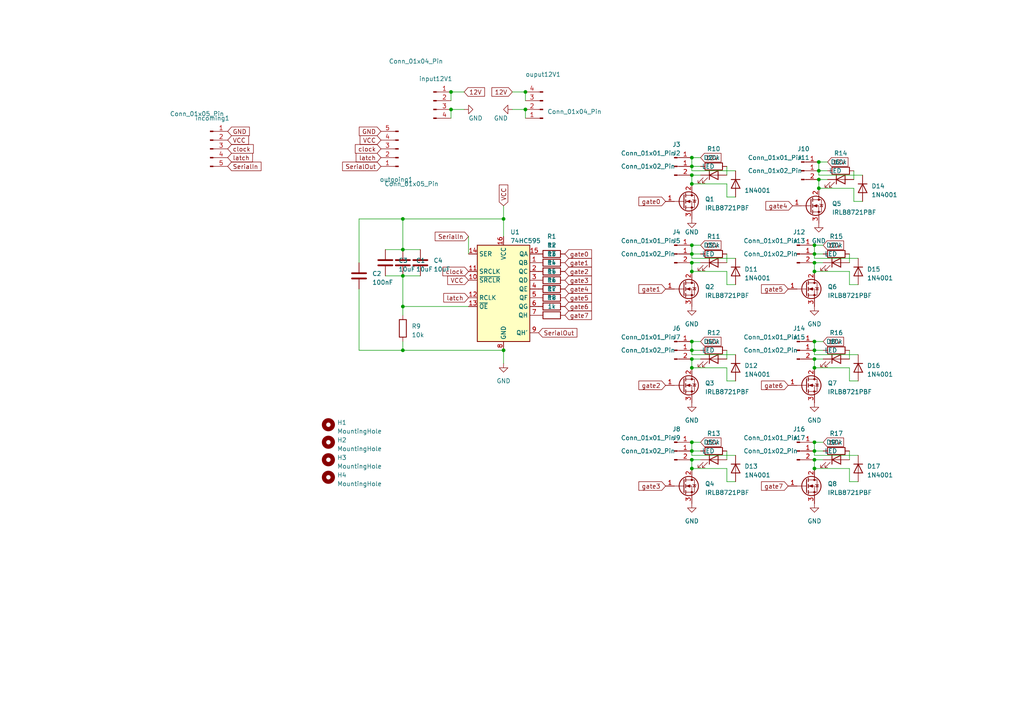
<source format=kicad_sch>
(kicad_sch (version 20230121) (generator eeschema)
  (paper "A4")
  (lib_symbols
    (symbol "74xx:74HC595"
      (property "Reference" "U" (at -7.62 13.97 0))
      (property "Value" "74HC595" (at -7.62 -16.51 0))
      (symbol "74HC595_1_0"
        (pin tri_state line (at 10.16 7.62 180) (length 2.54) (name "QB") (number "1"))
        (pin input line (at -10.16 2.54 0) (length 2.54) (name "~{SRCLR}") (number "10"))
        (pin input line (at -10.16 5.08 0) (length 2.54) (name "SRCLK") (number "11"))
        (pin input line (at -10.16 -2.54 0) (length 2.54) (name "RCLK") (number "12"))
        (pin input line (at -10.16 -5.08 0) (length 2.54) (name "~{OE}") (number "13"))
        (pin input line (at -10.16 10.16 0) (length 2.54) (name "SER") (number "14"))
        (pin tri_state line (at 10.16 10.16 180) (length 2.54) (name "QA") (number "15"))
        (pin power_in line (at 0 15.24 270) (length 2.54) (name "VCC") (number "16"))
        (pin tri_state line (at 10.16 5.08 180) (length 2.54) (name "QC") (number "2"))
        (pin tri_state line (at 10.16 2.54 180) (length 2.54) (name "QD") (number "3"))
        (pin tri_state line (at 10.16 0 180) (length 2.54) (name "QE") (number "4"))
        (pin tri_state line (at 10.16 -2.54 180) (length 2.54) (name "QF") (number "5"))
        (pin tri_state line (at 10.16 -5.08 180) (length 2.54) (name "QG") (number "6"))
        (pin tri_state line (at 10.16 -7.62 180) (length 2.54) (name "QH") (number "7"))
        (pin power_in line (at 0 -17.78 90) (length 2.54) (name "GND") (number "8"))
        (pin output line (at 10.16 -12.7 180) (length 2.54) (name "QH'") (number "9"))
      )
      (symbol "74HC595_1_1"
        (rectangle (start -7.62 12.7) (end 7.62 -15.24) (stroke (width 0.254)) (fill (type background)))
      )
    )
    (symbol "Connector:Conn_01x01_Pin" (pin_names (offset 1.016) hide)
      (property "Reference" "J" (at 0 2.54 0))
      (property "Value" "Conn_01x01_Pin" (at 0 -2.54 0))
      (symbol "Conn_01x01_Pin_1_1"
        (polyline (pts (xy 1.27 0) (xy 0.8636 0)) (stroke (width 0.1524)))
        (rectangle (start 0.8636 0.127) (end 0 -0.127) (stroke (width 0.1524)) (fill (type outline)))
        (pin passive line (at 5.08 0 180) (length 3.81) (name "Pin_1") (number "1"))
      )
    )
    (symbol "Connector:Conn_01x02_Pin" (pin_names (offset 1.016) hide)
      (property "Reference" "J" (at 0 2.54 0))
      (property "Value" "Conn_01x02_Pin" (at 0 -5.08 0))
      (symbol "Conn_01x02_Pin_1_1"
        (polyline (pts (xy 1.27 -2.54) (xy 0.8636 -2.54)) (stroke (width 0.1524)))
        (polyline (pts (xy 1.27 0) (xy 0.8636 0)) (stroke (width 0.1524)))
        (rectangle (start 0.8636 -2.413) (end 0 -2.667) (stroke (width 0.1524)) (fill (type outline)))
        (rectangle (start 0.8636 0.127) (end 0 -0.127) (stroke (width 0.1524)) (fill (type outline)))
        (pin passive line (at 5.08 0 180) (length 3.81) (name "Pin_1") (number "1"))
        (pin passive line (at 5.08 -2.54 180) (length 3.81) (name "Pin_2") (number "2"))
      )
    )
    (symbol "Connector:Conn_01x04_Pin" (pin_names (offset 1.016) hide)
      (property "Reference" "J" (at 0 5.08 0))
      (property "Value" "Conn_01x04_Pin" (at 0 -7.62 0))
      (symbol "Conn_01x04_Pin_1_1"
        (polyline (pts (xy 1.27 -5.08) (xy 0.8636 -5.08)) (stroke (width 0.1524)))
        (polyline (pts (xy 1.27 -2.54) (xy 0.8636 -2.54)) (stroke (width 0.1524)))
        (polyline (pts (xy 1.27 0) (xy 0.8636 0)) (stroke (width 0.1524)))
        (polyline (pts (xy 1.27 2.54) (xy 0.8636 2.54)) (stroke (width 0.1524)))
        (rectangle (start 0.8636 -4.953) (end 0 -5.207) (stroke (width 0.1524)) (fill (type outline)))
        (rectangle (start 0.8636 -2.413) (end 0 -2.667) (stroke (width 0.1524)) (fill (type outline)))
        (rectangle (start 0.8636 0.127) (end 0 -0.127) (stroke (width 0.1524)) (fill (type outline)))
        (rectangle (start 0.8636 2.667) (end 0 2.413) (stroke (width 0.1524)) (fill (type outline)))
        (pin passive line (at 5.08 2.54 180) (length 3.81) (name "Pin_1") (number "1"))
        (pin passive line (at 5.08 0 180) (length 3.81) (name "Pin_2") (number "2"))
        (pin passive line (at 5.08 -2.54 180) (length 3.81) (name "Pin_3") (number "3"))
        (pin passive line (at 5.08 -5.08 180) (length 3.81) (name "Pin_4") (number "4"))
      )
    )
    (symbol "Connector:Conn_01x05_Pin" (pin_names (offset 1.016) hide)
      (property "Reference" "J" (at 0 7.62 0))
      (property "Value" "Conn_01x05_Pin" (at 0 -7.62 0))
      (symbol "Conn_01x05_Pin_1_1"
        (polyline (pts (xy 1.27 -5.08) (xy 0.8636 -5.08)) (stroke (width 0.1524)))
        (polyline (pts (xy 1.27 -2.54) (xy 0.8636 -2.54)) (stroke (width 0.1524)))
        (polyline (pts (xy 1.27 0) (xy 0.8636 0)) (stroke (width 0.1524)))
        (polyline (pts (xy 1.27 2.54) (xy 0.8636 2.54)) (stroke (width 0.1524)))
        (polyline (pts (xy 1.27 5.08) (xy 0.8636 5.08)) (stroke (width 0.1524)))
        (rectangle (start 0.8636 -4.953) (end 0 -5.207) (stroke (width 0.1524)) (fill (type outline)))
        (rectangle (start 0.8636 -2.413) (end 0 -2.667) (stroke (width 0.1524)) (fill (type outline)))
        (rectangle (start 0.8636 0.127) (end 0 -0.127) (stroke (width 0.1524)) (fill (type outline)))
        (rectangle (start 0.8636 2.667) (end 0 2.413) (stroke (width 0.1524)) (fill (type outline)))
        (rectangle (start 0.8636 5.207) (end 0 4.953) (stroke (width 0.1524)) (fill (type outline)))
        (pin passive line (at 5.08 5.08 180) (length 3.81) (name "Pin_1") (number "1"))
        (pin passive line (at 5.08 2.54 180) (length 3.81) (name "Pin_2") (number "2"))
        (pin passive line (at 5.08 0 180) (length 3.81) (name "Pin_3") (number "3"))
        (pin passive line (at 5.08 -2.54 180) (length 3.81) (name "Pin_4") (number "4"))
        (pin passive line (at 5.08 -5.08 180) (length 3.81) (name "Pin_5") (number "5"))
      )
    )
    (symbol "Device:C" (pin_numbers hide) (pin_names (offset 0.254))
      (property "Reference" "C" (at 0.635 2.54 0))
      (property "Value" "C" (at 0.635 -2.54 0))
      (symbol "C_0_1"
        (polyline (pts (xy -2.032 -0.762) (xy 2.032 -0.762)) (stroke (width 0.508)))
        (polyline (pts (xy -2.032 0.762) (xy 2.032 0.762)) (stroke (width 0.508)))
      )
      (symbol "C_1_1"
        (pin passive line (at 0 3.81 270) (length 2.794) (name "~") (number "1"))
        (pin passive line (at 0 -3.81 90) (length 2.794) (name "~") (number "2"))
      )
    )
    (symbol "Device:LED" (pin_numbers hide) (pin_names (offset 1.016) hide)
      (property "Reference" "D" (at 0 2.54 0))
      (property "Value" "LED" (at 0 -2.54 0))
      (symbol "LED_0_1"
        (polyline (pts (xy -1.27 -1.27) (xy -1.27 1.27)) (stroke (width 0.254)))
        (polyline (pts (xy -1.27 0) (xy 1.27 0)))
        (polyline (pts (xy 1.27 -1.27) (xy 1.27 1.27) (xy -1.27 0) (xy 1.27 -1.27)) (stroke (width 0.254)))
        (polyline (pts (xy -3.048 -0.762) (xy -4.572 -2.286) (xy -3.81 -2.286) (xy -4.572 -2.286) (xy -4.572 -1.524)))
        (polyline (pts (xy -1.778 -0.762) (xy -3.302 -2.286) (xy -2.54 -2.286) (xy -3.302 -2.286) (xy -3.302 -1.524)))
      )
      (symbol "LED_1_1"
        (pin passive line (at -3.81 0 0) (length 2.54) (name "K") (number "1"))
        (pin passive line (at 3.81 0 180) (length 2.54) (name "A") (number "2"))
      )
    )
    (symbol "Device:R" (pin_numbers hide) (pin_names (offset 0))
      (property "Reference" "R" (at 2.032 0 90))
      (property "Value" "R" (at 0 0 90))
      (symbol "R_0_1"
        (rectangle (start -1.016 -2.54) (end 1.016 2.54) (stroke (width 0.254)))
      )
      (symbol "R_1_1"
        (pin passive line (at 0 3.81 270) (length 1.27) (name "~") (number "1"))
        (pin passive line (at 0 -3.81 90) (length 1.27) (name "~") (number "2"))
      )
    )
    (symbol "Diode:1N4001" (pin_numbers hide) (pin_names hide)
      (property "Reference" "D" (at 0 2.54 0))
      (property "Value" "1N4001" (at 0 -2.54 0))
      (symbol "1N4001_0_1"
        (polyline (pts (xy -1.27 1.27) (xy -1.27 -1.27)) (stroke (width 0.254)))
        (polyline (pts (xy 1.27 0) (xy -1.27 0)))
        (polyline (pts (xy 1.27 1.27) (xy 1.27 -1.27) (xy -1.27 0) (xy 1.27 1.27)) (stroke (width 0.254)))
      )
      (symbol "1N4001_1_1"
        (pin passive line (at -3.81 0 0) (length 2.54) (name "K") (number "1"))
        (pin passive line (at 3.81 0 180) (length 2.54) (name "A") (number "2"))
      )
    )
    (symbol "Mechanical:MountingHole" (pin_names (offset 1.016))
      (property "Reference" "H" (at 0 5.08 0))
      (property "Value" "MountingHole" (at 0 3.175 0))
      (symbol "MountingHole_0_1"
        (circle (center 0 0) (radius 1.27) (stroke (width 1.27)))
      )
    )
    (symbol "Transistor_FET:IRLB8721PBF" (pin_names hide)
      (property "Reference" "Q" (at 6.35 1.905 0))
      (property "Value" "IRLB8721PBF" (at 6.35 0 0))
      (symbol "IRLB8721PBF_0_1"
        (polyline (pts (xy 0.254 0) (xy -2.54 0)))
        (polyline (pts (xy 0.254 1.905) (xy 0.254 -1.905)) (stroke (width 0.254)))
        (polyline (pts (xy 0.762 -1.27) (xy 0.762 -2.286)) (stroke (width 0.254)))
        (polyline (pts (xy 0.762 0.508) (xy 0.762 -0.508)) (stroke (width 0.254)))
        (polyline (pts (xy 0.762 2.286) (xy 0.762 1.27)) (stroke (width 0.254)))
        (polyline (pts (xy 2.54 2.54) (xy 2.54 1.778)))
        (polyline (pts (xy 2.54 -2.54) (xy 2.54 0) (xy 0.762 0)))
        (polyline (pts (xy 0.762 -1.778) (xy 3.302 -1.778) (xy 3.302 1.778) (xy 0.762 1.778)))
        (polyline (pts (xy 1.016 0) (xy 2.032 0.381) (xy 2.032 -0.381) (xy 1.016 0)) (fill (type outline)))
        (polyline (pts (xy 2.794 0.508) (xy 2.921 0.381) (xy 3.683 0.381) (xy 3.81 0.254)))
        (polyline (pts (xy 3.302 0.381) (xy 2.921 -0.254) (xy 3.683 -0.254) (xy 3.302 0.381)))
        (circle (center 1.651 0) (radius 2.794) (stroke (width 0.254)))
        (circle (center 2.54 -1.778) (radius 0.254) (fill (type outline)))
        (circle (center 2.54 1.778) (radius 0.254) (fill (type outline)))
      )
      (symbol "IRLB8721PBF_1_1"
        (pin input line (at -5.08 0 0) (length 2.54) (name "G") (number "1"))
        (pin passive line (at 2.54 5.08 270) (length 2.54) (name "D") (number "2"))
        (pin passive line (at 2.54 -5.08 90) (length 2.54) (name "S") (number "3"))
      )
    )
    (symbol "power:GND" (power) (pin_names (offset 0))
      (property "Value" "GND" (at 0 -3.81 0))
      (symbol "GND_0_1"
        (polyline (pts (xy 0 0) (xy 0 -1.27) (xy 1.27 -1.27) (xy 0 -2.54) (xy -1.27 -1.27) (xy 0 -1.27)))
      )
      (symbol "GND_1_1"
        (pin power_in line (at 0 0 270) (length 0) hide (name "GND") (number "1"))
      )
    )
  )
  (junction (at 200.66 76.2))
  (junction (at 116.84 101.6))
  (junction (at 146.05 101.6))
  (junction (at 200.66 73.66))
  (junction (at 237.49 46.99))
  (junction (at 237.49 49.53))
  (junction (at 236.22 71.12))
  (junction (at 236.22 130.81))
  (junction (at 236.22 99.06))
  (junction (at 130.81 31.75))
  (junction (at 200.66 128.27))
  (junction (at 236.22 73.66))
  (junction (at 152.4 26.67))
  (junction (at 236.22 135.89))
  (junction (at 116.84 80.01))
  (junction (at 200.66 133.35))
  (junction (at 200.66 50.8))
  (junction (at 200.66 78.74))
  (junction (at 200.66 71.12))
  (junction (at 200.66 48.26))
  (junction (at 237.49 52.07))
  (junction (at 236.22 104.14))
  (junction (at 200.66 104.14))
  (junction (at 236.22 133.35))
  (junction (at 236.22 78.74))
  (junction (at 200.66 45.72))
  (junction (at 200.66 135.89))
  (junction (at 236.22 101.6))
  (junction (at 236.22 106.68))
  (junction (at 116.84 63.5))
  (junction (at 200.66 99.06))
  (junction (at 200.66 53.34))
  (junction (at 236.22 128.27))
  (junction (at 236.22 76.2))
  (junction (at 152.4 31.75))
  (junction (at 146.05 63.5))
  (junction (at 200.66 101.6))
  (junction (at 200.66 106.68))
  (junction (at 130.81 26.67))
  (junction (at 116.84 72.39))
  (junction (at 237.49 54.61))
  (junction (at 116.84 88.9))
  (junction (at 200.66 130.81))
  (wire (pts (xy 146.05 101.6) (xy 146.05 105.41)))
  (wire (pts (xy 246.38 135.89) (xy 236.22 135.89)))
  (wire (pts (xy 116.84 88.9) (xy 116.84 91.44)))
  (wire (pts (xy 135.89 68.58) (xy 135.89 73.66)))
  (wire (pts (xy 116.84 80.01) (xy 121.92 80.01)))
  (wire (pts (xy 236.22 104.14) (xy 236.22 106.68)))
  (wire (pts (xy 200.66 104.14) (xy 200.66 106.68)))
  (wire (pts (xy 236.22 99.06) (xy 236.22 101.6)))
  (wire (pts (xy 247.65 58.42) (xy 247.65 54.61)))
  (wire (pts (xy 210.82 130.81) (xy 210.82 133.35)))
  (wire (pts (xy 200.66 48.26) (xy 200.66 49.53)))
  (wire (pts (xy 236.22 104.14) (xy 238.76 104.14)))
  (wire (pts (xy 200.66 101.6) (xy 203.2 101.6)))
  (wire (pts (xy 200.66 101.6) (xy 200.66 102.87)))
  (wire (pts (xy 116.84 101.6) (xy 146.05 101.6)))
  (wire (pts (xy 237.49 46.99) (xy 240.03 46.99)))
  (wire (pts (xy 247.65 54.61) (xy 237.49 54.61)))
  (wire (pts (xy 237.49 49.53) (xy 237.49 50.8)))
  (wire (pts (xy 237.49 52.07) (xy 237.49 54.61)))
  (wire (pts (xy 236.22 128.27) (xy 238.76 128.27)))
  (wire (pts (xy 236.22 133.35) (xy 238.76 133.35)))
  (wire (pts (xy 200.66 99.06) (xy 200.66 101.6)))
  (wire (pts (xy 210.82 53.34) (xy 200.66 53.34)))
  (wire (pts (xy 210.82 57.15) (xy 210.82 53.34)))
  (wire (pts (xy 130.81 26.67) (xy 130.81 29.21)))
  (wire (pts (xy 210.82 78.74) (xy 200.66 78.74)))
  (wire (pts (xy 104.14 101.6) (xy 116.84 101.6)))
  (wire (pts (xy 213.36 110.49) (xy 210.82 110.49)))
  (wire (pts (xy 200.66 76.2) (xy 203.2 76.2)))
  (wire (pts (xy 246.38 101.6) (xy 246.38 104.14)))
  (wire (pts (xy 200.66 71.12) (xy 200.66 73.66)))
  (wire (pts (xy 248.92 82.55) (xy 246.38 82.55)))
  (wire (pts (xy 146.05 59.69) (xy 146.05 63.5)))
  (wire (pts (xy 213.36 57.15) (xy 210.82 57.15)))
  (wire (pts (xy 200.66 50.8) (xy 200.66 53.34)))
  (wire (pts (xy 200.66 45.72) (xy 203.2 45.72)))
  (wire (pts (xy 200.66 74.93) (xy 213.36 74.93)))
  (wire (pts (xy 200.66 99.06) (xy 203.2 99.06)))
  (wire (pts (xy 104.14 63.5) (xy 116.84 63.5)))
  (wire (pts (xy 116.84 88.9) (xy 135.89 88.9)))
  (wire (pts (xy 236.22 133.35) (xy 236.22 135.89)))
  (wire (pts (xy 236.22 76.2) (xy 238.76 76.2)))
  (wire (pts (xy 104.14 83.82) (xy 104.14 101.6)))
  (wire (pts (xy 246.38 106.68) (xy 236.22 106.68)))
  (wire (pts (xy 210.82 48.26) (xy 210.82 50.8)))
  (wire (pts (xy 236.22 73.66) (xy 238.76 73.66)))
  (wire (pts (xy 116.84 99.06) (xy 116.84 101.6)))
  (wire (pts (xy 236.22 101.6) (xy 236.22 102.87)))
  (wire (pts (xy 130.81 31.75) (xy 134.62 31.75)))
  (wire (pts (xy 210.82 101.6) (xy 210.82 104.14)))
  (wire (pts (xy 213.36 82.55) (xy 210.82 82.55)))
  (wire (pts (xy 116.84 63.5) (xy 116.84 72.39)))
  (wire (pts (xy 200.66 73.66) (xy 203.2 73.66)))
  (wire (pts (xy 247.65 49.53) (xy 247.65 52.07)))
  (wire (pts (xy 236.22 132.08) (xy 248.92 132.08)))
  (wire (pts (xy 246.38 110.49) (xy 246.38 106.68)))
  (wire (pts (xy 210.82 135.89) (xy 200.66 135.89)))
  (wire (pts (xy 237.49 49.53) (xy 240.03 49.53)))
  (wire (pts (xy 210.82 110.49) (xy 210.82 106.68)))
  (wire (pts (xy 200.66 49.53) (xy 213.36 49.53)))
  (wire (pts (xy 246.38 82.55) (xy 246.38 78.74)))
  (wire (pts (xy 152.4 26.67) (xy 152.4 29.21)))
  (wire (pts (xy 210.82 73.66) (xy 210.82 76.2)))
  (wire (pts (xy 236.22 76.2) (xy 236.22 78.74)))
  (wire (pts (xy 200.66 48.26) (xy 203.2 48.26)))
  (wire (pts (xy 236.22 128.27) (xy 236.22 130.81)))
  (wire (pts (xy 200.66 130.81) (xy 200.66 132.08)))
  (wire (pts (xy 200.66 128.27) (xy 200.66 130.81)))
  (wire (pts (xy 111.76 72.39) (xy 116.84 72.39)))
  (wire (pts (xy 200.66 50.8) (xy 203.2 50.8)))
  (wire (pts (xy 236.22 130.81) (xy 236.22 132.08)))
  (wire (pts (xy 148.59 31.75) (xy 152.4 31.75)))
  (wire (pts (xy 200.66 102.87) (xy 213.36 102.87)))
  (wire (pts (xy 146.05 68.58) (xy 146.05 63.5)))
  (wire (pts (xy 236.22 71.12) (xy 236.22 73.66)))
  (wire (pts (xy 200.66 130.81) (xy 203.2 130.81)))
  (wire (pts (xy 200.66 71.12) (xy 203.2 71.12)))
  (wire (pts (xy 148.59 26.67) (xy 152.4 26.67)))
  (wire (pts (xy 248.92 110.49) (xy 246.38 110.49)))
  (wire (pts (xy 237.49 52.07) (xy 240.03 52.07)))
  (wire (pts (xy 236.22 101.6) (xy 238.76 101.6)))
  (wire (pts (xy 250.19 58.42) (xy 247.65 58.42)))
  (wire (pts (xy 236.22 99.06) (xy 238.76 99.06)))
  (wire (pts (xy 236.22 130.81) (xy 238.76 130.81)))
  (wire (pts (xy 130.81 26.67) (xy 134.62 26.67)))
  (wire (pts (xy 236.22 73.66) (xy 236.22 74.93)))
  (wire (pts (xy 116.84 80.01) (xy 116.84 88.9)))
  (wire (pts (xy 210.82 82.55) (xy 210.82 78.74)))
  (wire (pts (xy 200.66 133.35) (xy 203.2 133.35)))
  (wire (pts (xy 213.36 139.7) (xy 210.82 139.7)))
  (wire (pts (xy 152.4 31.75) (xy 152.4 34.29)))
  (wire (pts (xy 200.66 128.27) (xy 203.2 128.27)))
  (wire (pts (xy 236.22 102.87) (xy 248.92 102.87)))
  (wire (pts (xy 246.38 73.66) (xy 246.38 76.2)))
  (wire (pts (xy 200.66 73.66) (xy 200.66 74.93)))
  (wire (pts (xy 200.66 132.08) (xy 213.36 132.08)))
  (wire (pts (xy 200.66 45.72) (xy 200.66 48.26)))
  (wire (pts (xy 236.22 71.12) (xy 238.76 71.12)))
  (wire (pts (xy 246.38 78.74) (xy 236.22 78.74)))
  (wire (pts (xy 237.49 46.99) (xy 237.49 49.53)))
  (wire (pts (xy 210.82 106.68) (xy 200.66 106.68)))
  (wire (pts (xy 236.22 74.93) (xy 248.92 74.93)))
  (wire (pts (xy 210.82 139.7) (xy 210.82 135.89)))
  (wire (pts (xy 246.38 130.81) (xy 246.38 133.35)))
  (wire (pts (xy 200.66 133.35) (xy 200.66 135.89)))
  (wire (pts (xy 200.66 76.2) (xy 200.66 78.74)))
  (wire (pts (xy 111.76 80.01) (xy 116.84 80.01)))
  (wire (pts (xy 116.84 63.5) (xy 146.05 63.5)))
  (wire (pts (xy 237.49 50.8) (xy 250.19 50.8)))
  (wire (pts (xy 130.81 31.75) (xy 130.81 34.29)))
  (wire (pts (xy 116.84 72.39) (xy 121.92 72.39)))
  (wire (pts (xy 200.66 104.14) (xy 203.2 104.14)))
  (wire (pts (xy 246.38 139.7) (xy 246.38 135.89)))
  (wire (pts (xy 104.14 76.2) (xy 104.14 63.5)))
  (wire (pts (xy 248.92 139.7) (xy 246.38 139.7)))
  (global_label "12V" (shape input) (at 134.62 26.67 0) (property "Intersheetrefs" "${INTERSHEET_REFS}" (effects hide)))
  (global_label "GND" (shape input) (at 110.49 38.1 180) (property "Intersheetrefs" "${INTERSHEET_REFS}" (effects hide)))
  (global_label "VCC" (shape input) (at 146.05 59.69 90) (property "Intersheetrefs" "${INTERSHEET_REFS}" (effects hide)))
  (global_label "VCC" (shape input) (at 110.49 40.64 180) (property "Intersheetrefs" "${INTERSHEET_REFS}" (effects hide)))
  (global_label "latch" (shape input) (at 110.49 45.72 180) (property "Intersheetrefs" "${INTERSHEET_REFS}" (effects hide)))
  (global_label "gate3" (shape input) (at 163.83 81.28 0) (property "Intersheetrefs" "${INTERSHEET_REFS}" (effects hide)))
  (global_label "SerialIn" (shape input) (at 66.04 48.26 0) (property "Intersheetrefs" "${INTERSHEET_REFS}" (effects hide)))
  (global_label "gate3" (shape input) (at 193.04 140.97 180) (property "Intersheetrefs" "${INTERSHEET_REFS}" (effects hide)))
  (global_label "12V" (shape input) (at 238.76 71.12 0) (property "Intersheetrefs" "${INTERSHEET_REFS}" (effects hide)))
  (global_label "gate0" (shape input) (at 193.04 58.42 180) (property "Intersheetrefs" "${INTERSHEET_REFS}" (effects hide)))
  (global_label "12V" (shape input) (at 240.03 46.99 0) (property "Intersheetrefs" "${INTERSHEET_REFS}" (effects hide)))
  (global_label "12V" (shape input) (at 238.76 99.06 0) (property "Intersheetrefs" "${INTERSHEET_REFS}" (effects hide)))
  (global_label "12V" (shape input) (at 203.2 71.12 0) (property "Intersheetrefs" "${INTERSHEET_REFS}" (effects hide)))
  (global_label "12V" (shape input) (at 238.76 128.27 0) (property "Intersheetrefs" "${INTERSHEET_REFS}" (effects hide)))
  (global_label "VCC" (shape input) (at 66.04 40.64 0) (property "Intersheetrefs" "${INTERSHEET_REFS}" (effects hide)))
  (global_label "GND" (shape input) (at 66.04 38.1 0) (property "Intersheetrefs" "${INTERSHEET_REFS}" (effects hide)))
  (global_label "gate1" (shape input) (at 163.83 76.2 0) (property "Intersheetrefs" "${INTERSHEET_REFS}" (effects hide)))
  (global_label "clock" (shape input) (at 110.49 43.18 180) (property "Intersheetrefs" "${INTERSHEET_REFS}" (effects hide)))
  (global_label "clock" (shape input) (at 135.89 78.74 180) (property "Intersheetrefs" "${INTERSHEET_REFS}" (effects hide)))
  (global_label "12V" (shape input) (at 203.2 128.27 0) (property "Intersheetrefs" "${INTERSHEET_REFS}" (effects hide)))
  (global_label "gate1" (shape input) (at 193.04 83.82 180) (property "Intersheetrefs" "${INTERSHEET_REFS}" (effects hide)))
  (global_label "gate4" (shape input) (at 163.83 83.82 0) (property "Intersheetrefs" "${INTERSHEET_REFS}" (effects hide)))
  (global_label "gate0" (shape input) (at 163.83 73.66 0) (property "Intersheetrefs" "${INTERSHEET_REFS}" (effects hide)))
  (global_label "latch" (shape input) (at 135.89 86.36 180) (property "Intersheetrefs" "${INTERSHEET_REFS}" (effects hide)))
  (global_label "gate5" (shape input) (at 228.6 83.82 180) (property "Intersheetrefs" "${INTERSHEET_REFS}" (effects hide)))
  (global_label "gate6" (shape input) (at 228.6 111.76 180) (property "Intersheetrefs" "${INTERSHEET_REFS}" (effects hide)))
  (global_label "gate6" (shape input) (at 163.83 88.9 0) (property "Intersheetrefs" "${INTERSHEET_REFS}" (effects hide)))
  (global_label "gate5" (shape input) (at 163.83 86.36 0) (property "Intersheetrefs" "${INTERSHEET_REFS}" (effects hide)))
  (global_label "clock" (shape input) (at 66.04 43.18 0) (property "Intersheetrefs" "${INTERSHEET_REFS}" (effects hide)))
  (global_label "latch" (shape input) (at 66.04 45.72 0) (property "Intersheetrefs" "${INTERSHEET_REFS}" (effects hide)))
  (global_label "gate2" (shape input) (at 163.83 78.74 0) (property "Intersheetrefs" "${INTERSHEET_REFS}" (effects hide)))
  (global_label "12V" (shape input) (at 203.2 45.72 0) (property "Intersheetrefs" "${INTERSHEET_REFS}" (effects hide)))
  (global_label "gate4" (shape input) (at 229.87 59.69 180) (property "Intersheetrefs" "${INTERSHEET_REFS}" (effects hide)))
  (global_label "SerialOut" (shape input) (at 110.49 48.26 180) (property "Intersheetrefs" "${INTERSHEET_REFS}" (effects hide)))
  (global_label "VCC" (shape input) (at 135.89 81.28 180) (property "Intersheetrefs" "${INTERSHEET_REFS}" (effects hide)))
  (global_label "SerialOut" (shape input) (at 156.21 96.52 0) (property "Intersheetrefs" "${INTERSHEET_REFS}" (effects hide)))
  (global_label "gate7" (shape input) (at 228.6 140.97 180) (property "Intersheetrefs" "${INTERSHEET_REFS}" (effects hide)))
  (global_label "gate7" (shape input) (at 163.83 91.44 0) (property "Intersheetrefs" "${INTERSHEET_REFS}" (effects hide)))
  (global_label "12V" (shape input) (at 203.2 99.06 0) (property "Intersheetrefs" "${INTERSHEET_REFS}" (effects hide)))
  (global_label "gate2" (shape input) (at 193.04 111.76 180) (property "Intersheetrefs" "${INTERSHEET_REFS}" (effects hide)))
  (global_label "12V" (shape input) (at 148.59 26.67 180) (property "Intersheetrefs" "${INTERSHEET_REFS}" (effects hide)))
  (global_label "SerialIn" (shape input) (at 135.89 68.58 180) (property "Intersheetrefs" "${INTERSHEET_REFS}" (effects hide)))
  (symbol (lib_id "Device:R") (at 160.02 81.28 90) (unit 1)
    (property "Reference" "R4" (at 160.02 76.2 90))
    (property "Value" "1k" (at 160.02 78.74 90))
    (property "Footprint" "Resistor_SMD:R_0805_2012Metric_Pad1.20x1.40mm_HandSolder" (effects hide))
  )
  (symbol (lib_id "Connector:Conn_01x01_Pin") (at 232.41 46.99 0) (unit 1)
    (property "Reference" "J10" (at 233.045 43.18 0))
    (property "Value" "Conn_01x01_Pin" (at 224.79 45.72 0))
    (property "Footprint" "Connector_PinHeader_2.54mm:PinHeader_1x01_P2.54mm_Vertical" (effects hide))
  )
  (symbol (lib_id "Diode:1N4001") (at 248.92 135.89 270) (unit 1)
    (property "Reference" "D17" (at 251.46 135.255 90) (effects (justify left)))
    (property "Value" "1N4001" (at 251.46 137.795 90) (effects (justify left)))
    (property "Footprint" "Diode_SMD:D_SMA_Handsoldering" (effects hide))
    (property "Datasheet" "http://www.vishay.com/docs/88503/1n4001.pdf" (effects hide))
    (property "Sim.Device" "D" (effects hide))
    (property "Sim.Pins" "1=K 2=A" (effects hide))
  )
  (symbol (lib_id "Transistor_FET:IRLB8721PBF") (at 233.68 140.97 0) (unit 1)
    (property "Reference" "Q8" (at 240.03 140.335 0) (effects (justify left)))
    (property "Value" "IRLB8721PBF" (at 240.03 142.875 0) (effects (justify left)))
    (property "Footprint" "Package_TO_SOT_THT:TO-220-3_Vertical" (effects hide))
    (property "Datasheet" "http://www.infineon.com/dgdl/irlb8721pbf.pdf?fileId=5546d462533600a40153566056732591" (effects hide))
  )
  (symbol (lib_id "Device:R") (at 242.57 73.66 90) (unit 1)
    (property "Reference" "R15" (at 242.57 68.58 90))
    (property "Value" "10k" (at 242.57 71.12 90))
    (property "Footprint" "Resistor_SMD:R_0805_2012Metric_Pad1.20x1.40mm_HandSolder" (effects hide))
  )
  (symbol (lib_id "Transistor_FET:IRLB8721PBF") (at 198.12 111.76 0) (unit 1)
    (property "Reference" "Q3" (at 204.47 111.125 0) (effects (justify left)))
    (property "Value" "IRLB8721PBF" (at 204.47 113.665 0) (effects (justify left)))
    (property "Footprint" "Package_TO_SOT_THT:TO-220-3_Vertical" (effects hide))
    (property "Datasheet" "http://www.infineon.com/dgdl/irlb8721pbf.pdf?fileId=5546d462533600a40153566056732591" (effects hide))
  )
  (symbol (lib_id "Connector:Conn_01x05_Pin") (at 115.57 43.18 180) (unit 1)
    (property "Reference" "outgoing1" (at 114.935 52.07 0))
    (property "Value" "Conn_01x05_Pin" (at 119.38 53.34 0))
    (property "Footprint" "Connector_Molex:Molex_KK-254_AE-6410-05A_1x05_P2.54mm_Vertical" (effects hide))
  )
  (symbol (lib_id "Connector:Conn_01x01_Pin") (at 195.58 45.72 0) (unit 1)
    (property "Reference" "J3" (at 196.215 41.91 0))
    (property "Value" "Conn_01x01_Pin" (at 187.96 44.45 0))
    (property "Footprint" "Connector_PinHeader_2.54mm:PinHeader_1x01_P2.54mm_Vertical" (effects hide))
  )
  (symbol (lib_id "power:GND") (at 148.59 31.75 270) (unit 1)
    (property "Reference" "#PWR010" (effects hide))
    (property "Value" "GND" (at 147.32 34.29 90) (effects (justify right)))
  )
  (symbol (lib_id "Connector:Conn_01x02_Pin") (at 232.41 49.53 0) (unit 1)
    (property "Reference" "J11" (at 233.045 45.72 0))
    (property "Value" "Conn_01x02_Pin" (at 224.79 49.53 0))
    (property "Footprint" "Connector_Molex:Molex_KK-254_AE-6410-02A_1x02_P2.54mm_Vertical" (effects hide))
  )
  (symbol (lib_id "Device:R") (at 160.02 76.2 90) (unit 1)
    (property "Reference" "R2" (at 160.02 71.12 90))
    (property "Value" "1k" (at 160.02 73.66 90))
    (property "Footprint" "Resistor_SMD:R_0805_2012Metric_Pad1.20x1.40mm_HandSolder" (effects hide))
  )
  (symbol (lib_id "Diode:1N4001") (at 213.36 53.34 270) (unit 1)
    (property "Reference" "D10" (effects hide))
    (property "Value" "1N4001" (at 215.9 55.245 90) (effects (justify left)))
    (property "Footprint" "Diode_SMD:D_SMA_Handsoldering" (effects hide))
    (property "Datasheet" "http://www.vishay.com/docs/88503/1n4001.pdf" (effects hide))
    (property "Sim.Device" "D" (effects hide))
    (property "Sim.Pins" "1=K 2=A" (effects hide))
  )
  (symbol (lib_id "Device:R") (at 207.01 48.26 90) (unit 1)
    (property "Reference" "R10" (at 207.01 43.18 90))
    (property "Value" "10k" (at 207.01 45.72 90))
    (property "Footprint" "Resistor_SMD:R_0805_2012Metric_Pad1.20x1.40mm_HandSolder" (effects hide))
  )
  (symbol (lib_id "Connector:Conn_01x02_Pin") (at 231.14 130.81 0) (unit 1)
    (property "Reference" "J17" (at 231.775 127 0))
    (property "Value" "Conn_01x02_Pin" (at 223.52 130.81 0))
    (property "Footprint" "Connector_Molex:Molex_KK-254_AE-6410-02A_1x02_P2.54mm_Vertical" (effects hide))
  )
  (symbol (lib_id "Device:R") (at 242.57 101.6 90) (unit 1)
    (property "Reference" "R16" (at 242.57 96.52 90))
    (property "Value" "10k" (at 242.57 99.06 90))
    (property "Footprint" "Resistor_SMD:R_0805_2012Metric_Pad1.20x1.40mm_HandSolder" (effects hide))
  )
  (symbol (lib_id "Transistor_FET:IRLB8721PBF") (at 198.12 58.42 0) (unit 1)
    (property "Reference" "Q1" (at 204.47 57.785 0) (effects (justify left)))
    (property "Value" "IRLB8721PBF" (at 204.47 60.325 0) (effects (justify left)))
    (property "Footprint" "Package_TO_SOT_THT:TO-220-3_Vertical" (effects hide))
    (property "Datasheet" "http://www.infineon.com/dgdl/irlb8721pbf.pdf?fileId=5546d462533600a40153566056732591" (effects hide))
  )
  (symbol (lib_id "power:GND") (at 200.66 88.9 0) (unit 1)
    (property "Reference" "#PWR02" (effects hide))
    (property "Value" "GND" (at 200.66 93.98 0))
  )
  (symbol (lib_id "Transistor_FET:IRLB8721PBF") (at 233.68 111.76 0) (unit 1)
    (property "Reference" "Q7" (at 240.03 111.125 0) (effects (justify left)))
    (property "Value" "IRLB8721PBF" (at 240.03 113.665 0) (effects (justify left)))
    (property "Footprint" "Package_TO_SOT_THT:TO-220-3_Vertical" (effects hide))
    (property "Datasheet" "http://www.infineon.com/dgdl/irlb8721pbf.pdf?fileId=5546d462533600a40153566056732591" (effects hide))
  )
  (symbol (lib_id "Connector:Conn_01x01_Pin") (at 231.14 71.12 0) (unit 1)
    (property "Reference" "J12" (at 231.775 67.31 0))
    (property "Value" "Conn_01x01_Pin" (at 223.52 69.85 0))
    (property "Footprint" "Connector_PinHeader_2.54mm:PinHeader_1x01_P2.54mm_Vertical" (effects hide))
  )
  (symbol (lib_id "Device:LED") (at 243.84 52.07 0) (unit 1)
    (property "Reference" "D6" (at 242.2525 46.99 0))
    (property "Value" "LED" (at 242.2525 49.53 0))
    (property "Footprint" "LED_SMD:LED_1206_3216Metric_Pad1.42x1.75mm_HandSolder" (effects hide))
  )
  (symbol (lib_id "power:GND") (at 236.22 146.05 0) (unit 1)
    (property "Reference" "#PWR08" (effects hide))
    (property "Value" "GND" (at 236.22 151.13 0))
  )
  (symbol (lib_id "Connector:Conn_01x02_Pin") (at 195.58 101.6 0) (unit 1)
    (property "Reference" "J7" (at 196.215 97.79 0))
    (property "Value" "Conn_01x02_Pin" (at 187.96 101.6 0))
    (property "Footprint" "Connector_Molex:Molex_KK-254_AE-6410-02A_1x02_P2.54mm_Vertical" (effects hide))
  )
  (symbol (lib_id "Connector:Conn_01x02_Pin") (at 195.58 73.66 0) (unit 1)
    (property "Reference" "J5" (at 196.215 69.85 0))
    (property "Value" "Conn_01x02_Pin" (at 187.96 73.66 0))
    (property "Footprint" "Connector_Molex:Molex_KK-254_AE-6410-02A_1x02_P2.54mm_Vertical" (effects hide))
  )
  (symbol (lib_id "Connector:Conn_01x02_Pin") (at 195.58 130.81 0) (unit 1)
    (property "Reference" "J9" (at 196.215 127 0))
    (property "Value" "Conn_01x02_Pin" (at 187.96 130.81 0))
    (property "Footprint" "Connector_Molex:Molex_KK-254_AE-6410-02A_1x02_P2.54mm_Vertical" (effects hide))
  )
  (symbol (lib_id "Mechanical:MountingHole") (at 95.25 133.35 0) (unit 1)
    (property "Reference" "H3" (at 97.79 132.715 0) (effects (justify left)))
    (property "Value" "MountingHole" (at 97.79 135.255 0) (effects (justify left)))
    (property "Footprint" "MountingHole:MountingHole_3.2mm_M3" (effects hide))
  )
  (symbol (lib_id "Device:R") (at 207.01 73.66 90) (unit 1)
    (property "Reference" "R11" (at 207.01 68.58 90))
    (property "Value" "10k" (at 207.01 71.12 90))
    (property "Footprint" "Resistor_SMD:R_0805_2012Metric_Pad1.20x1.40mm_HandSolder" (effects hide))
  )
  (symbol (lib_id "Diode:1N4001") (at 250.19 54.61 270) (unit 1)
    (property "Reference" "D14" (at 252.73 53.975 90) (effects (justify left)))
    (property "Value" "1N4001" (at 252.73 56.515 90) (effects (justify left)))
    (property "Footprint" "Diode_SMD:D_SMA_Handsoldering" (effects hide))
    (property "Datasheet" "http://www.vishay.com/docs/88503/1n4001.pdf" (effects hide))
    (property "Sim.Device" "D" (effects hide))
    (property "Sim.Pins" "1=K 2=A" (effects hide))
  )
  (symbol (lib_id "Diode:1N4001") (at 248.92 106.68 270) (unit 1)
    (property "Reference" "D16" (at 251.46 106.045 90) (effects (justify left)))
    (property "Value" "1N4001" (at 251.46 108.585 90) (effects (justify left)))
    (property "Footprint" "Diode_SMD:D_SMA_Handsoldering" (effects hide))
    (property "Datasheet" "http://www.vishay.com/docs/88503/1n4001.pdf" (effects hide))
    (property "Sim.Device" "D" (effects hide))
    (property "Sim.Pins" "1=K 2=A" (effects hide))
  )
  (symbol (lib_id "Diode:1N4001") (at 248.92 78.74 270) (unit 1)
    (property "Reference" "D15" (at 251.46 78.105 90) (effects (justify left)))
    (property "Value" "1N4001" (at 251.46 80.645 90) (effects (justify left)))
    (property "Footprint" "Diode_SMD:D_SMA_Handsoldering" (effects hide))
    (property "Datasheet" "http://www.vishay.com/docs/88503/1n4001.pdf" (effects hide))
    (property "Sim.Device" "D" (effects hide))
    (property "Sim.Pins" "1=K 2=A" (effects hide))
  )
  (symbol (lib_id "Connector:Conn_01x02_Pin") (at 195.58 48.26 0) (unit 1)
    (property "Reference" "J2" (at 196.215 44.45 0))
    (property "Value" "Conn_01x02_Pin" (at 187.96 48.26 0))
    (property "Footprint" "Connector_Molex:Molex_KK-254_AE-6410-02A_1x02_P2.54mm_Vertical" (effects hide))
  )
  (symbol (lib_id "Device:R") (at 207.01 101.6 90) (unit 1)
    (property "Reference" "R12" (at 207.01 96.52 90))
    (property "Value" "10k" (at 207.01 99.06 90))
    (property "Footprint" "Resistor_SMD:R_0805_2012Metric_Pad1.20x1.40mm_HandSolder" (effects hide))
  )
  (symbol (lib_id "Device:LED") (at 207.01 133.35 0) (unit 1)
    (property "Reference" "D5" (at 205.4225 128.27 0))
    (property "Value" "LED" (at 205.4225 130.81 0))
    (property "Footprint" "LED_SMD:LED_1206_3216Metric_Pad1.42x1.75mm_HandSolder" (effects hide))
  )
  (symbol (lib_id "Connector:Conn_01x02_Pin") (at 231.14 73.66 0) (unit 1)
    (property "Reference" "J13" (at 231.775 69.85 0))
    (property "Value" "Conn_01x02_Pin" (at 223.52 73.66 0))
    (property "Footprint" "Connector_Molex:Molex_KK-254_AE-6410-02A_1x02_P2.54mm_Vertical" (effects hide))
  )
  (symbol (lib_id "Device:C") (at 116.84 76.2 0) (unit 1)
    (property "Reference" "C1" (at 120.65 75.565 0) (effects (justify left)))
    (property "Value" "10uF" (at 120.65 78.105 0) (effects (justify left)))
    (property "Footprint" "Capacitor_SMD:C_0805_2012Metric_Pad1.18x1.45mm_HandSolder" (effects hide))
  )
  (symbol (lib_id "power:GND") (at 134.62 31.75 90) (unit 1)
    (property "Reference" "#PWR09" (effects hide))
    (property "Value" "GND" (at 135.89 34.29 90) (effects (justify right)))
  )
  (symbol (lib_id "Connector:Conn_01x05_Pin") (at 60.96 43.18 0) (unit 1)
    (property "Reference" "incoming1" (at 61.595 34.29 0))
    (property "Value" "Conn_01x05_Pin" (at 57.15 33.02 0))
    (property "Footprint" "Connector_Molex:Molex_KK-254_AE-6410-05A_1x05_P2.54mm_Vertical" (effects hide))
  )
  (symbol (lib_id "Transistor_FET:IRLB8721PBF") (at 198.12 140.97 0) (unit 1)
    (property "Reference" "Q4" (at 204.47 140.335 0) (effects (justify left)))
    (property "Value" "IRLB8721PBF" (at 204.47 142.875 0) (effects (justify left)))
    (property "Footprint" "Package_TO_SOT_THT:TO-220-3_Vertical" (effects hide))
    (property "Datasheet" "http://www.infineon.com/dgdl/irlb8721pbf.pdf?fileId=5546d462533600a40153566056732591" (effects hide))
  )
  (symbol (lib_id "Mechanical:MountingHole") (at 95.25 123.19 0) (unit 1)
    (property "Reference" "H1" (at 97.79 122.555 0) (effects (justify left)))
    (property "Value" "MountingHole" (at 97.79 125.095 0) (effects (justify left)))
    (property "Footprint" "MountingHole:MountingHole_3.2mm_M3" (effects hide))
  )
  (symbol (lib_id "Device:C") (at 121.92 76.2 0) (unit 1)
    (property "Reference" "C4" (at 125.73 75.565 0) (effects (justify left)))
    (property "Value" "10uF" (at 125.73 78.105 0) (effects (justify left)))
    (property "Footprint" "Capacitor_SMD:C_0805_2012Metric_Pad1.18x1.45mm_HandSolder" (effects hide))
  )
  (symbol (lib_id "Device:R") (at 160.02 88.9 90) (unit 1)
    (property "Reference" "R7" (at 160.02 83.82 90))
    (property "Value" "1k" (at 160.02 86.36 90))
    (property "Footprint" "Resistor_SMD:R_0805_2012Metric_Pad1.20x1.40mm_HandSolder" (effects hide))
  )
  (symbol (lib_id "Connector:Conn_01x01_Pin") (at 231.14 128.27 0) (unit 1)
    (property "Reference" "J16" (at 231.775 124.46 0))
    (property "Value" "Conn_01x01_Pin" (at 223.52 127 0))
    (property "Footprint" "Connector_PinHeader_2.54mm:PinHeader_1x01_P2.54mm_Vertical" (effects hide))
  )
  (symbol (lib_id "power:GND") (at 236.22 88.9 0) (unit 1)
    (property "Reference" "#PWR06" (effects hide))
    (property "Value" "GND" (at 236.22 93.98 0))
  )
  (symbol (lib_id "Mechanical:MountingHole") (at 95.25 138.43 0) (unit 1)
    (property "Reference" "H4" (at 97.79 137.795 0) (effects (justify left)))
    (property "Value" "MountingHole" (at 97.79 140.335 0) (effects (justify left)))
    (property "Footprint" "MountingHole:MountingHole_3.2mm_M3" (effects hide))
  )
  (symbol (lib_id "Device:R") (at 160.02 78.74 90) (unit 1)
    (property "Reference" "R3" (at 160.02 73.66 90))
    (property "Value" "1k" (at 160.02 76.2 90))
    (property "Footprint" "Resistor_SMD:R_0805_2012Metric_Pad1.20x1.40mm_HandSolder" (effects hide))
  )
  (symbol (lib_id "Device:R") (at 242.57 130.81 90) (unit 1)
    (property "Reference" "R17" (at 242.57 125.73 90))
    (property "Value" "10k" (at 242.57 128.27 90))
    (property "Footprint" "Resistor_SMD:R_0805_2012Metric_Pad1.20x1.40mm_HandSolder" (effects hide))
  )
  (symbol (lib_id "Connector:Conn_01x04_Pin") (at 157.48 31.75 180) (unit 1)
    (property "Reference" "ouput12V1" (at 152.4 21.59 0) (effects (justify right)))
    (property "Value" "Conn_01x04_Pin" (at 158.75 32.385 0) (effects (justify right)))
    (property "Footprint" "Connector_PinHeader_2.54mm:PinHeader_1x04_P2.54mm_Vertical" (effects hide))
  )
  (symbol (lib_id "Transistor_FET:IRLB8721PBF") (at 198.12 83.82 0) (unit 1)
    (property "Reference" "Q2" (at 204.47 83.185 0) (effects (justify left)))
    (property "Value" "IRLB8721PBF" (at 204.47 85.725 0) (effects (justify left)))
    (property "Footprint" "Package_TO_SOT_THT:TO-220-3_Vertical" (effects hide))
    (property "Datasheet" "http://www.infineon.com/dgdl/irlb8721pbf.pdf?fileId=5546d462533600a40153566056732591" (effects hide))
  )
  (symbol (lib_id "Transistor_FET:IRLB8721PBF") (at 234.95 59.69 0) (unit 1)
    (property "Reference" "Q5" (at 241.3 59.055 0) (effects (justify left)))
    (property "Value" "IRLB8721PBF" (at 241.3 61.595 0) (effects (justify left)))
    (property "Footprint" "Package_TO_SOT_THT:TO-220-3_Vertical" (effects hide))
    (property "Datasheet" "http://www.infineon.com/dgdl/irlb8721pbf.pdf?fileId=5546d462533600a40153566056732591" (effects hide))
  )
  (symbol (lib_id "Diode:1N4001") (at 213.36 135.89 270) (unit 1)
    (property "Reference" "D13" (at 215.9 135.255 90) (effects (justify left)))
    (property "Value" "1N4001" (at 215.9 137.795 90) (effects (justify left)))
    (property "Footprint" "Diode_SMD:D_SMA_Handsoldering" (effects hide))
    (property "Datasheet" "http://www.vishay.com/docs/88503/1n4001.pdf" (effects hide))
    (property "Sim.Device" "D" (effects hide))
    (property "Sim.Pins" "1=K 2=A" (effects hide))
  )
  (symbol (lib_id "Connector:Conn_01x04_Pin") (at 125.73 29.21 0) (unit 1)
    (property "Reference" "input12V1" (at 126.365 22.86 0))
    (property "Value" "Conn_01x04_Pin" (at 120.65 17.78 0))
    (property "Footprint" "Connector_PinHeader_2.54mm:PinHeader_1x04_P2.54mm_Vertical" (effects hide))
  )
  (symbol (lib_id "Device:C") (at 104.14 80.01 0) (unit 1)
    (property "Reference" "C2" (at 107.95 79.375 0) (effects (justify left)))
    (property "Value" "100nF" (at 107.95 81.915 0) (effects (justify left)))
    (property "Footprint" "Capacitor_SMD:C_0805_2012Metric_Pad1.18x1.45mm_HandSolder" (effects hide))
  )
  (symbol (lib_id "power:GND") (at 200.66 63.5 0) (unit 1)
    (property "Reference" "#PWR01" (effects hide))
    (property "Value" "GND" (at 200.66 67.31 0))
  )
  (symbol (lib_id "Device:LED") (at 242.57 104.14 0) (unit 1)
    (property "Reference" "D8" (at 240.9825 99.06 0))
    (property "Value" "LED" (at 240.9825 101.6 0))
    (property "Footprint" "LED_SMD:LED_1206_3216Metric_Pad1.42x1.75mm_HandSolder" (effects hide))
  )
  (symbol (lib_id "power:GND") (at 236.22 116.84 0) (unit 1)
    (property "Reference" "#PWR07" (effects hide))
    (property "Value" "GND" (at 236.22 121.92 0))
  )
  (symbol (lib_id "Device:R") (at 160.02 83.82 90) (unit 1)
    (property "Reference" "R5" (at 160.02 78.74 90))
    (property "Value" "1k" (at 160.02 81.28 90))
    (property "Footprint" "Resistor_SMD:R_0805_2012Metric_Pad1.20x1.40mm_HandSolder" (effects hide))
  )
  (symbol (lib_id "power:GND") (at 200.66 146.05 0) (unit 1)
    (property "Reference" "#PWR04" (effects hide))
    (property "Value" "GND" (at 200.66 151.13 0))
  )
  (symbol (lib_id "Device:R") (at 160.02 73.66 90) (unit 1)
    (property "Reference" "R1" (at 160.02 68.58 90))
    (property "Value" "1k" (at 160.02 71.12 90))
    (property "Footprint" "Resistor_SMD:R_0805_2012Metric_Pad1.20x1.40mm_HandSolder" (effects hide))
  )
  (symbol (lib_id "Device:R") (at 243.84 49.53 90) (unit 1)
    (property "Reference" "R14" (at 243.84 44.45 90))
    (property "Value" "10k" (at 243.84 46.99 90))
    (property "Footprint" "Resistor_SMD:R_0805_2012Metric_Pad1.20x1.40mm_HandSolder" (effects hide))
  )
  (symbol (lib_id "Device:R") (at 207.01 130.81 90) (unit 1)
    (property "Reference" "R13" (at 207.01 125.73 90))
    (property "Value" "10k" (at 207.01 128.27 90))
    (property "Footprint" "Resistor_SMD:R_0805_2012Metric_Pad1.20x1.40mm_HandSolder" (effects hide))
  )
  (symbol (lib_id "Mechanical:MountingHole") (at 95.25 128.27 0) (unit 1)
    (property "Reference" "H2" (at 97.79 127.635 0) (effects (justify left)))
    (property "Value" "MountingHole" (at 97.79 130.175 0) (effects (justify left)))
    (property "Footprint" "MountingHole:MountingHole_3.2mm_M3" (effects hide))
  )
  (symbol (lib_id "74xx:74HC595") (at 146.05 83.82 0) (unit 1)
    (property "Reference" "U1" (at 148.0059 67.31 0) (effects (justify left)))
    (property "Value" "74HC595" (at 148.0059 69.85 0) (effects (justify left)))
    (property "Footprint" "Package_SO:SOIC-16_3.9x9.9mm_P1.27mm" (effects hide))
    (property "Datasheet" "http://www.ti.com/lit/ds/symlink/sn74hc595.pdf" (effects hide))
  )
  (symbol (lib_id "power:GND") (at 200.66 116.84 0) (unit 1)
    (property "Reference" "#PWR03" (effects hide))
    (property "Value" "GND" (at 200.66 121.92 0))
  )
  (symbol (lib_id "Device:LED") (at 207.01 104.14 0) (unit 1)
    (property "Reference" "D4" (at 205.4225 99.06 0))
    (property "Value" "LED" (at 205.4225 101.6 0))
    (property "Footprint" "LED_SMD:LED_1206_3216Metric_Pad1.42x1.75mm_HandSolder" (effects hide))
  )
  (symbol (lib_id "Connector:Conn_01x01_Pin") (at 195.58 99.06 0) (unit 1)
    (property "Reference" "J6" (at 196.215 95.25 0))
    (property "Value" "Conn_01x01_Pin" (at 187.96 97.79 0))
    (property "Footprint" "Connector_PinHeader_2.54mm:PinHeader_1x01_P2.54mm_Vertical" (effects hide))
  )
  (symbol (lib_id "power:GND") (at 237.49 64.77 0) (unit 1)
    (property "Reference" "#PWR05" (effects hide))
    (property "Value" "GND" (at 237.49 69.85 0))
  )
  (symbol (lib_id "Diode:1N4001") (at 213.36 106.68 270) (unit 1)
    (property "Reference" "D12" (at 215.9 106.045 90) (effects (justify left)))
    (property "Value" "1N4001" (at 215.9 108.585 90) (effects (justify left)))
    (property "Footprint" "Diode_SMD:D_SMA_Handsoldering" (effects hide))
    (property "Datasheet" "http://www.vishay.com/docs/88503/1n4001.pdf" (effects hide))
    (property "Sim.Device" "D" (effects hide))
    (property "Sim.Pins" "1=K 2=A" (effects hide))
  )
  (symbol (lib_id "Connector:Conn_01x01_Pin") (at 231.14 99.06 0) (unit 1)
    (property "Reference" "J14" (at 231.775 95.25 0))
    (property "Value" "Conn_01x01_Pin" (at 223.52 97.79 0))
    (property "Footprint" "Connector_PinHeader_2.54mm:PinHeader_1x01_P2.54mm_Vertical" (effects hide))
  )
  (symbol (lib_id "Connector:Conn_01x01_Pin") (at 195.58 128.27 0) (unit 1)
    (property "Reference" "J8" (at 196.215 124.46 0))
    (property "Value" "Conn_01x01_Pin" (at 187.96 127 0))
    (property "Footprint" "Connector_PinHeader_2.54mm:PinHeader_1x01_P2.54mm_Vertical" (effects hide))
  )
  (symbol (lib_id "Diode:1N4001") (at 213.36 78.74 270) (unit 1)
    (property "Reference" "D11" (at 215.9 78.105 90) (effects (justify left)))
    (property "Value" "1N4001" (at 215.9 80.645 90) (effects (justify left)))
    (property "Footprint" "Diode_SMD:D_SMA_Handsoldering" (effects hide))
    (property "Datasheet" "http://www.vishay.com/docs/88503/1n4001.pdf" (effects hide))
    (property "Sim.Device" "D" (effects hide))
    (property "Sim.Pins" "1=K 2=A" (effects hide))
  )
  (symbol (lib_id "Device:LED") (at 242.57 76.2 0) (unit 1)
    (property "Reference" "D7" (at 240.9825 71.12 0))
    (property "Value" "LED" (at 240.9825 73.66 0))
    (property "Footprint" "LED_SMD:LED_1206_3216Metric_Pad1.42x1.75mm_HandSolder" (effects hide))
  )
  (symbol (lib_id "Device:LED") (at 242.57 133.35 0) (unit 1)
    (property "Reference" "D9" (at 240.9825 128.27 0))
    (property "Value" "LED" (at 240.9825 130.81 0))
    (property "Footprint" "LED_SMD:LED_1206_3216Metric_Pad1.42x1.75mm_HandSolder" (effects hide))
  )
  (symbol (lib_id "Device:R") (at 160.02 91.44 90) (unit 1)
    (property "Reference" "R8" (at 160.02 86.36 90))
    (property "Value" "1k" (at 160.02 88.9 90))
    (property "Footprint" "Resistor_SMD:R_0805_2012Metric_Pad1.20x1.40mm_HandSolder" (effects hide))
  )
  (symbol (lib_id "Device:C") (at 111.76 76.2 0) (unit 1)
    (property "Reference" "C3" (at 115.57 75.565 0) (effects (justify left)))
    (property "Value" "10uF" (at 115.57 78.105 0) (effects (justify left)))
    (property "Footprint" "Capacitor_SMD:C_0805_2012Metric_Pad1.18x1.45mm_HandSolder" (effects hide))
  )
  (symbol (lib_id "Device:LED") (at 207.01 50.8 0) (unit 1)
    (property "Reference" "D2" (at 205.4225 45.72 0))
    (property "Value" "LED" (at 205.4225 48.26 0))
    (property "Footprint" "LED_SMD:LED_1206_3216Metric_Pad1.42x1.75mm_HandSolder" (effects hide))
  )
  (symbol (lib_id "Connector:Conn_01x01_Pin") (at 195.58 71.12 0) (unit 1)
    (property "Reference" "J4" (at 196.215 67.31 0))
    (property "Value" "Conn_01x01_Pin" (at 187.96 69.85 0))
    (property "Footprint" "Connector_PinHeader_2.54mm:PinHeader_1x01_P2.54mm_Vertical" (effects hide))
  )
  (symbol (lib_id "power:GND") (at 146.05 105.41 0) (mirror y) (unit 1)
    (property "Reference" "#PWR011" (effects hide))
    (property "Value" "GND" (at 146.05 110.49 0))
  )
  (symbol (lib_id "Device:R") (at 116.84 95.25 180) (unit 1)
    (property "Reference" "R9" (at 119.38 94.615 0) (effects (justify right)))
    (property "Value" "10k" (at 119.38 97.155 0) (effects (justify right)))
    (property "Footprint" "Resistor_SMD:R_0805_2012Metric_Pad1.20x1.40mm_HandSolder" (effects hide))
  )
  (symbol (lib_id "Device:LED") (at 207.01 76.2 0) (unit 1)
    (property "Reference" "D3" (at 205.4225 71.12 0))
    (property "Value" "LED" (at 205.4225 73.66 0))
    (property "Footprint" "LED_SMD:LED_1206_3216Metric_Pad1.42x1.75mm_HandSolder" (effects hide))
  )
  (symbol (lib_id "Device:R") (at 160.02 86.36 90) (unit 1)
    (property "Reference" "R6" (at 160.02 81.28 90))
    (property "Value" "1k" (at 160.02 83.82 90))
    (property "Footprint" "Resistor_SMD:R_0805_2012Metric_Pad1.20x1.40mm_HandSolder" (effects hide))
  )
  (symbol (lib_id "Transistor_FET:IRLB8721PBF") (at 233.68 83.82 0) (unit 1)
    (property "Reference" "Q6" (at 240.03 83.185 0) (effects (justify left)))
    (property "Value" "IRLB8721PBF" (at 240.03 85.725 0) (effects (justify left)))
    (property "Footprint" "Package_TO_SOT_THT:TO-220-3_Vertical" (effects hide))
    (property "Datasheet" "http://www.infineon.com/dgdl/irlb8721pbf.pdf?fileId=5546d462533600a40153566056732591" (effects hide))
  )
  (symbol (lib_id "Connector:Conn_01x02_Pin") (at 231.14 101.6 0) (unit 1)
    (property "Reference" "J15" (at 231.775 97.79 0))
    (property "Value" "Conn_01x02_Pin" (at 223.52 101.6 0))
    (property "Footprint" "Connector_Molex:Molex_KK-254_AE-6410-02A_1x02_P2.54mm_Vertical" (effects hide))
  )
)
</source>
